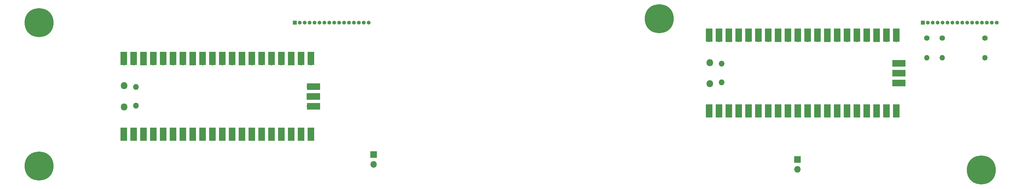
<source format=gbr>
%TF.GenerationSoftware,KiCad,Pcbnew,6.0.10-86aedd382b~118~ubuntu22.04.1*%
%TF.CreationDate,2023-01-15T11:44:38+01:00*%
%TF.ProjectId,tandberg-5000,74616e64-6265-4726-972d-353030302e6b,rev?*%
%TF.SameCoordinates,Original*%
%TF.FileFunction,Soldermask,Top*%
%TF.FilePolarity,Negative*%
%FSLAX46Y46*%
G04 Gerber Fmt 4.6, Leading zero omitted, Abs format (unit mm)*
G04 Created by KiCad (PCBNEW 6.0.10-86aedd382b~118~ubuntu22.04.1) date 2023-01-15 11:44:38*
%MOMM*%
%LPD*%
G01*
G04 APERTURE LIST*
%ADD10R,1.700000X1.700000*%
%ADD11O,1.700000X1.700000*%
%ADD12C,7.500000*%
%ADD13R,1.000000X1.000000*%
%ADD14O,1.000000X1.000000*%
%ADD15C,1.400000*%
%ADD16O,1.400000X1.400000*%
%ADD17O,1.500000X1.500000*%
%ADD18O,1.800000X1.800000*%
%ADD19R,1.700000X3.500000*%
%ADD20R,3.500000X1.700000*%
G04 APERTURE END LIST*
D10*
%TO.C,SW2*%
X222655000Y-66270000D03*
D11*
X222655000Y-68810000D03*
%TD*%
D10*
%TO.C,SW1*%
X113345000Y-65000000D03*
D11*
X113345000Y-67540000D03*
%TD*%
D12*
%TO.C,H1*%
X187000000Y-30000000D03*
%TD*%
D13*
%TO.C,J1*%
X255000000Y-31000000D03*
D14*
X256270000Y-31000000D03*
X257540000Y-31000000D03*
X258810000Y-31000000D03*
X260080000Y-31000000D03*
X261350000Y-31000000D03*
X262620000Y-31000000D03*
X263890000Y-31000000D03*
X265160000Y-31000000D03*
X266430000Y-31000000D03*
X267700000Y-31000000D03*
X268970000Y-31000000D03*
X270240000Y-31000000D03*
X271510000Y-31000000D03*
X272780000Y-31000000D03*
X274050000Y-31000000D03*
%TD*%
D12*
%TO.C,H3*%
X270000000Y-69000000D03*
%TD*%
D15*
%TO.C,R3*%
X271000000Y-35000000D03*
D16*
X271000000Y-40080000D03*
%TD*%
D12*
%TO.C,H4*%
X27000000Y-68000000D03*
%TD*%
D15*
%TO.C,R2*%
X260000000Y-35000000D03*
D16*
X260000000Y-40080000D03*
%TD*%
D15*
%TO.C,R1*%
X256000000Y-35000000D03*
D16*
X256000000Y-40080000D03*
%TD*%
D17*
%TO.C,U1*%
X52030000Y-52425000D03*
D18*
X49000000Y-52725000D03*
X49000000Y-47275000D03*
D17*
X52030000Y-47575000D03*
D11*
X48870000Y-58890000D03*
D19*
X48870000Y-59790000D03*
X51410000Y-59790000D03*
D11*
X51410000Y-58890000D03*
D19*
X53950000Y-59790000D03*
D10*
X53950000Y-58890000D03*
D11*
X56490000Y-58890000D03*
D19*
X56490000Y-59790000D03*
D11*
X59030000Y-58890000D03*
D19*
X59030000Y-59790000D03*
D11*
X61570000Y-58890000D03*
D19*
X61570000Y-59790000D03*
D11*
X64110000Y-58890000D03*
D19*
X64110000Y-59790000D03*
X66650000Y-59790000D03*
D10*
X66650000Y-58890000D03*
D19*
X69190000Y-59790000D03*
D11*
X69190000Y-58890000D03*
X71730000Y-58890000D03*
D19*
X71730000Y-59790000D03*
D11*
X74270000Y-58890000D03*
D19*
X74270000Y-59790000D03*
D11*
X76810000Y-58890000D03*
D19*
X76810000Y-59790000D03*
X79350000Y-59790000D03*
D10*
X79350000Y-58890000D03*
D19*
X81890000Y-59790000D03*
D11*
X81890000Y-58890000D03*
X84430000Y-58890000D03*
D19*
X84430000Y-59790000D03*
X86970000Y-59790000D03*
D11*
X86970000Y-58890000D03*
D19*
X89510000Y-59790000D03*
D11*
X89510000Y-58890000D03*
D10*
X92050000Y-58890000D03*
D19*
X92050000Y-59790000D03*
D11*
X94590000Y-58890000D03*
D19*
X94590000Y-59790000D03*
D11*
X97130000Y-58890000D03*
D19*
X97130000Y-59790000D03*
D11*
X97130000Y-41110000D03*
D19*
X97130000Y-40210000D03*
X94590000Y-40210000D03*
D11*
X94590000Y-41110000D03*
D10*
X92050000Y-41110000D03*
D19*
X92050000Y-40210000D03*
X89510000Y-40210000D03*
D11*
X89510000Y-41110000D03*
D19*
X86970000Y-40210000D03*
D11*
X86970000Y-41110000D03*
D19*
X84430000Y-40210000D03*
D11*
X84430000Y-41110000D03*
X81890000Y-41110000D03*
D19*
X81890000Y-40210000D03*
X79350000Y-40210000D03*
D10*
X79350000Y-41110000D03*
D11*
X76810000Y-41110000D03*
D19*
X76810000Y-40210000D03*
D11*
X74270000Y-41110000D03*
D19*
X74270000Y-40210000D03*
X71730000Y-40210000D03*
D11*
X71730000Y-41110000D03*
D19*
X69190000Y-40210000D03*
D11*
X69190000Y-41110000D03*
D19*
X66650000Y-40210000D03*
D10*
X66650000Y-41110000D03*
D19*
X64110000Y-40210000D03*
D11*
X64110000Y-41110000D03*
D19*
X61570000Y-40210000D03*
D11*
X61570000Y-41110000D03*
X59030000Y-41110000D03*
D19*
X59030000Y-40210000D03*
D11*
X56490000Y-41110000D03*
D19*
X56490000Y-40210000D03*
D10*
X53950000Y-41110000D03*
D19*
X53950000Y-40210000D03*
D11*
X51410000Y-41110000D03*
D19*
X51410000Y-40210000D03*
D11*
X48870000Y-41110000D03*
D19*
X48870000Y-40210000D03*
D20*
X97800000Y-52540000D03*
D11*
X96900000Y-52540000D03*
D10*
X96900000Y-50000000D03*
D20*
X97800000Y-50000000D03*
X97800000Y-47460000D03*
D11*
X96900000Y-47460000D03*
%TD*%
D17*
%TO.C,U2*%
X203030000Y-41575000D03*
D18*
X200000000Y-46725000D03*
D17*
X203030000Y-46425000D03*
D18*
X200000000Y-41275000D03*
D19*
X199870000Y-53790000D03*
D11*
X199870000Y-52890000D03*
D19*
X202410000Y-53790000D03*
D11*
X202410000Y-52890000D03*
D19*
X204950000Y-53790000D03*
D10*
X204950000Y-52890000D03*
D11*
X207490000Y-52890000D03*
D19*
X207490000Y-53790000D03*
X210030000Y-53790000D03*
D11*
X210030000Y-52890000D03*
X212570000Y-52890000D03*
D19*
X212570000Y-53790000D03*
D11*
X215110000Y-52890000D03*
D19*
X215110000Y-53790000D03*
D10*
X217650000Y-52890000D03*
D19*
X217650000Y-53790000D03*
D11*
X220190000Y-52890000D03*
D19*
X220190000Y-53790000D03*
D11*
X222730000Y-52890000D03*
D19*
X222730000Y-53790000D03*
X225270000Y-53790000D03*
D11*
X225270000Y-52890000D03*
D19*
X227810000Y-53790000D03*
D11*
X227810000Y-52890000D03*
D10*
X230350000Y-52890000D03*
D19*
X230350000Y-53790000D03*
D11*
X232890000Y-52890000D03*
D19*
X232890000Y-53790000D03*
D11*
X235430000Y-52890000D03*
D19*
X235430000Y-53790000D03*
X237970000Y-53790000D03*
D11*
X237970000Y-52890000D03*
D19*
X240510000Y-53790000D03*
D11*
X240510000Y-52890000D03*
D19*
X243050000Y-53790000D03*
D10*
X243050000Y-52890000D03*
D11*
X245590000Y-52890000D03*
D19*
X245590000Y-53790000D03*
X248130000Y-53790000D03*
D11*
X248130000Y-52890000D03*
D19*
X248130000Y-34210000D03*
D11*
X248130000Y-35110000D03*
X245590000Y-35110000D03*
D19*
X245590000Y-34210000D03*
X243050000Y-34210000D03*
D10*
X243050000Y-35110000D03*
D19*
X240510000Y-34210000D03*
D11*
X240510000Y-35110000D03*
X237970000Y-35110000D03*
D19*
X237970000Y-34210000D03*
D11*
X235430000Y-35110000D03*
D19*
X235430000Y-34210000D03*
D11*
X232890000Y-35110000D03*
D19*
X232890000Y-34210000D03*
D10*
X230350000Y-35110000D03*
D19*
X230350000Y-34210000D03*
D11*
X227810000Y-35110000D03*
D19*
X227810000Y-34210000D03*
X225270000Y-34210000D03*
D11*
X225270000Y-35110000D03*
D19*
X222730000Y-34210000D03*
D11*
X222730000Y-35110000D03*
D19*
X220190000Y-34210000D03*
D11*
X220190000Y-35110000D03*
D10*
X217650000Y-35110000D03*
D19*
X217650000Y-34210000D03*
D11*
X215110000Y-35110000D03*
D19*
X215110000Y-34210000D03*
X212570000Y-34210000D03*
D11*
X212570000Y-35110000D03*
D19*
X210030000Y-34210000D03*
D11*
X210030000Y-35110000D03*
D19*
X207490000Y-34210000D03*
D11*
X207490000Y-35110000D03*
D10*
X204950000Y-35110000D03*
D19*
X204950000Y-34210000D03*
X202410000Y-34210000D03*
D11*
X202410000Y-35110000D03*
X199870000Y-35110000D03*
D19*
X199870000Y-34210000D03*
D11*
X247900000Y-46540000D03*
D20*
X248800000Y-46540000D03*
X248800000Y-44000000D03*
D10*
X247900000Y-44000000D03*
D11*
X247900000Y-41460000D03*
D20*
X248800000Y-41460000D03*
%TD*%
D12*
%TO.C,H2*%
X27000000Y-31000000D03*
%TD*%
D13*
%TO.C,J2*%
X93000000Y-31000000D03*
D14*
X94270000Y-31000000D03*
X95540000Y-31000000D03*
X96810000Y-31000000D03*
X98080000Y-31000000D03*
X99350000Y-31000000D03*
X100620000Y-31000000D03*
X101890000Y-31000000D03*
X103160000Y-31000000D03*
X104430000Y-31000000D03*
X105700000Y-31000000D03*
X106970000Y-31000000D03*
X108240000Y-31000000D03*
X109510000Y-31000000D03*
X110780000Y-31000000D03*
X112050000Y-31000000D03*
%TD*%
M02*

</source>
